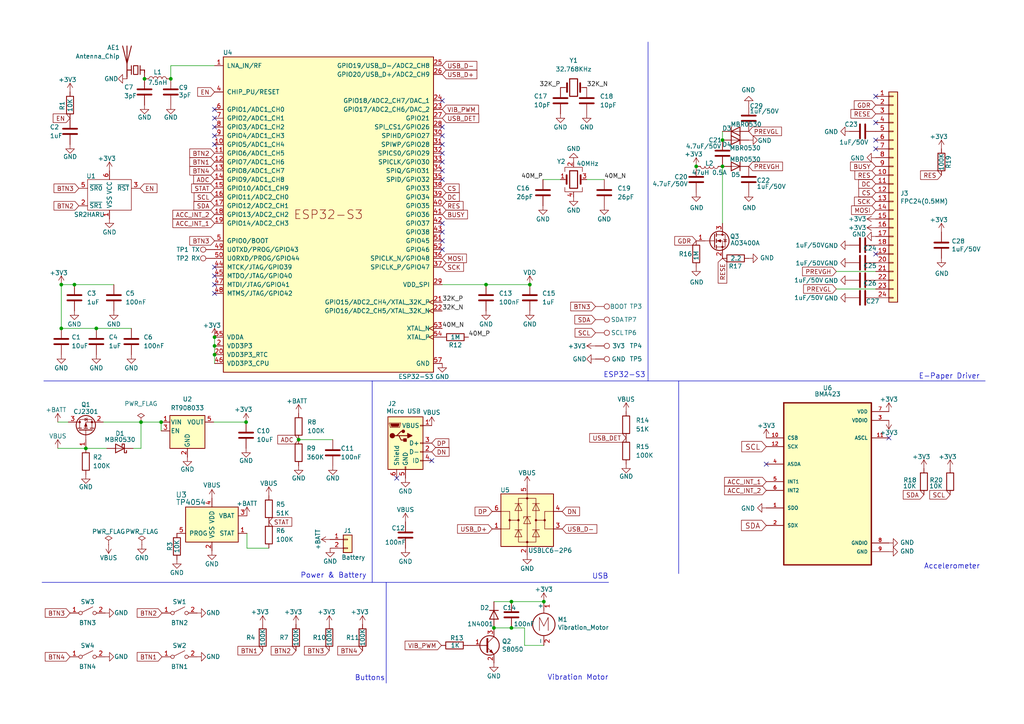
<source format=kicad_sch>
(kicad_sch (version 20231120) (generator "eeschema") (generator_version "8.0")
  (paper "A4")
  (title_block (title "Watchy") (rev "3.0") (company "SQFMI"))
  (lib_symbols
    (symbol "Battery_Management:MCP73831-2-OT" (pin_names (offset 1.016))
      (property "Reference" "U" (at -7.62 6.35 0))
      (property "Value" "MCP73831-2-OT" (at 1.27 6.35 0))
      (symbol "MCP73831-2-OT_1_1"
        (pin output line (at 10.16 -2.54 180) (length 2.54) (name "STAT") (number "1"))
        (pin power_in line (at 0 -7.62 90) (length 2.54) (name "VSS") (number "2"))
        (pin power_out line (at 10.16 2.54 180) (length 2.54) (name "VBAT") (number "3"))
        (pin power_in line (at 0 7.62 270) (length 2.54) (name "VDD") (number "4"))
        (pin input line (at -10.16 -2.54 0) (length 2.54) (name "PROG") (number "5"))
      )
    )
    (symbol "Connector:TestPoint" (pin_numbers hide) (pin_names (offset 0.762) hide)
      (property "Reference" "TP" (at 0 6.858 0))
      (property "Value" "TestPoint" (at 0 5.08 0))
      (symbol "TestPoint_1_1"
        (pin passive line (at 0 0 90) (length 2.54) (name "1") (number "1"))
      )
    )
    (symbol "Connector:USB_OTG" (pin_names (offset 1.016))
      (property "Reference" "J" (at -5.08 11.43 0))
      (property "Value" "USB_OTG" (at -5.08 8.89 0))
      (symbol "USB_OTG_1_1"
        (pin passive line (at 7.62 5.08 180) (length 2.54) (name "VBUS") (number "1"))
        (pin bidirectional line (at 7.62 -2.54 180) (length 2.54) (name "D-") (number "2"))
        (pin bidirectional line (at 7.62 0 180) (length 2.54) (name "D+") (number "3"))
        (pin passive line (at 7.62 -5.08 180) (length 2.54) (name "ID") (number "4"))
        (pin passive line (at 0 -10.16 90) (length 2.54) (name "GND") (number "5"))
        (pin passive line (at -2.54 -10.16 90) (length 2.54) (name "Shield") (number "6"))
      )
    )
    (symbol "Connector_Generic:Conn_01x02" (pin_names (offset 1.016) hide)
      (property "Reference" "J" (at 0 2.54 0))
      (property "Value" "Conn_01x02" (at 0 -5.08 0))
      (symbol "Conn_01x02_1_1"
        (pin passive line (at -5.08 0 0) (length 3.81) (name "Pin_1") (number "1"))
        (pin passive line (at -5.08 -2.54 0) (length 3.81) (name "Pin_2") (number "2"))
      )
    )
    (symbol "Connector_Generic:Conn_01x24" (pin_names (offset 1.016) hide)
      (property "Reference" "J" (at 0 30.48 0))
      (property "Value" "Conn_01x24" (at 0 -33.02 0))
      (symbol "Conn_01x24_1_1"
        (pin passive line (at -5.08 27.94 0) (length 3.81) (name "Pin_1") (number "1"))
        (pin passive line (at -5.08 5.08 0) (length 3.81) (name "Pin_10") (number "10"))
        (pin passive line (at -5.08 2.54 0) (length 3.81) (name "Pin_11") (number "11"))
        (pin passive line (at -5.08 0 0) (length 3.81) (name "Pin_12") (number "12"))
        (pin passive line (at -5.08 -2.54 0) (length 3.81) (name "Pin_13") (number "13"))
        (pin passive line (at -5.08 -5.08 0) (length 3.81) (name "Pin_14") (number "14"))
        (pin passive line (at -5.08 -7.62 0) (length 3.81) (name "Pin_15") (number "15"))
        (pin passive line (at -5.08 -10.16 0) (length 3.81) (name "Pin_16") (number "16"))
        (pin passive line (at -5.08 -12.7 0) (length 3.81) (name "Pin_17") (number "17"))
        (pin passive line (at -5.08 -15.24 0) (length 3.81) (name "Pin_18") (number "18"))
        (pin passive line (at -5.08 -17.78 0) (length 3.81) (name "Pin_19") (number "19"))
        (pin passive line (at -5.08 25.4 0) (length 3.81) (name "Pin_2") (number "2"))
        (pin passive line (at -5.08 -20.32 0) (length 3.81) (name "Pin_20") (number "20"))
        (pin passive line (at -5.08 -22.86 0) (length 3.81) (name "Pin_21") (number "21"))
        (pin passive line (at -5.08 -25.4 0) (length 3.81) (name "Pin_22") (number "22"))
        (pin passive line (at -5.08 -27.94 0) (length 3.81) (name "Pin_23") (number "23"))
        (pin passive line (at -5.08 -30.48 0) (length 3.81) (name "Pin_24") (number "24"))
        (pin passive line (at -5.08 22.86 0) (length 3.81) (name "Pin_3") (number "3"))
        (pin passive line (at -5.08 20.32 0) (length 3.81) (name "Pin_4") (number "4"))
        (pin passive line (at -5.08 17.78 0) (length 3.81) (name "Pin_5") (number "5"))
        (pin passive line (at -5.08 15.24 0) (length 3.81) (name "Pin_6") (number "6"))
        (pin passive line (at -5.08 12.7 0) (length 3.81) (name "Pin_7") (number "7"))
        (pin passive line (at -5.08 10.16 0) (length 3.81) (name "Pin_8") (number "8"))
        (pin passive line (at -5.08 7.62 0) (length 3.81) (name "Pin_9") (number "9"))
      )
    )
    (symbol "Device:Antenna_Chip" (pin_numbers hide) (pin_names (offset 1.016) hide)
      (property "Reference" "AE" (at 0 5.08 0))
      (property "Value" "Antenna_Chip" (at 0 3.175 0))
      (symbol "Antenna_Chip_1_1"
        (pin input line (at -2.54 -2.54 90) (length 2.54) (name "FEED") (number "1"))
        (pin passive line (at 2.54 -2.54 90) (length 2.54) (name "PCB_Trace") (number "2"))
      )
    )
    (symbol "Device:C" (pin_numbers hide) (pin_names (offset 0.254))
      (property "Reference" "C" (at 0.635 2.54 0))
      (property "Value" "C" (at 0.635 -2.54 0))
      (symbol "C_1_1"
        (pin passive line (at 0 3.81 270) (length 2.794) (name "~") (number "1"))
        (pin passive line (at 0 -3.81 90) (length 2.794) (name "~") (number "2"))
      )
    )
    (symbol "Device:Crystal" (pin_numbers hide) (pin_names (offset 1.016) hide)
      (property "Reference" "Y" (at 0 3.81 0))
      (property "Value" "Crystal" (at 0 -3.81 0))
      (symbol "Crystal_1_1"
        (pin passive line (at -3.81 0 0) (length 1.27) (name "1") (number "1"))
        (pin passive line (at 3.81 0 180) (length 1.27) (name "2") (number "2"))
      )
    )
    (symbol "Device:Crystal_GND24" (pin_names (offset 1.016) hide)
      (property "Reference" "Y" (at 3.175 5.08 0))
      (property "Value" "Crystal_GND24" (at 3.175 3.175 0))
      (symbol "Crystal_GND24_1_1"
        (pin passive line (at -3.81 0 0) (length 1.27) (name "1") (number "1"))
        (pin passive line (at 0 5.08 270) (length 1.27) (name "2") (number "2"))
        (pin passive line (at 3.81 0 180) (length 1.27) (name "3") (number "3"))
        (pin passive line (at 0 -5.08 90) (length 1.27) (name "4") (number "4"))
      )
    )
    (symbol "Device:D" (pin_numbers hide) (pin_names (offset 1.016) hide)
      (property "Reference" "D" (at 0 2.54 0))
      (property "Value" "D" (at 0 -2.54 0))
      (symbol "D_1_1"
        (pin passive line (at -3.81 0 0) (length 2.54) (name "K") (number "1"))
        (pin passive line (at 3.81 0 180) (length 2.54) (name "A") (number "2"))
      )
    )
    (symbol "Device:D_Schottky" (pin_numbers hide) (pin_names (offset 1.016) hide)
      (property "Reference" "D" (at 0 2.54 0))
      (property "Value" "D_Schottky" (at 0 -2.54 0))
      (symbol "D_Schottky_1_1"
        (pin passive line (at -3.81 0 0) (length 2.54) (name "K") (number "1"))
        (pin passive line (at 3.81 0 180) (length 2.54) (name "A") (number "2"))
      )
    )
    (symbol "Device:L" (pin_numbers hide) (pin_names (offset 1.016) hide)
      (property "Reference" "L" (at -1.27 0 90))
      (property "Value" "L" (at 1.905 0 90))
      (symbol "L_1_1"
        (pin passive line (at 0 3.81 270) (length 1.27) (name "1") (number "1"))
        (pin passive line (at 0 -3.81 90) (length 1.27) (name "2") (number "2"))
      )
    )
    (symbol "Device:Q_NPN_BEC" (pin_names (offset 0) hide)
      (property "Reference" "Q" (at 5.08 1.27 0))
      (property "Value" "Q_NPN_BEC" (at 5.08 -1.27 0))
      (symbol "Q_NPN_BEC_1_1"
        (pin input line (at -5.08 0 0) (length 5.715) (name "B") (number "1"))
        (pin passive line (at 2.54 -5.08 90) (length 2.54) (name "E") (number "2"))
        (pin passive line (at 2.54 5.08 270) (length 2.54) (name "C") (number "3"))
      )
    )
    (symbol "Device:R" (pin_numbers hide) (pin_names (offset 0))
      (property "Reference" "R" (at 2.032 0 90))
      (property "Value" "R" (at 0 0 90))
      (symbol "R_1_1"
        (pin passive line (at 0 3.81 270) (length 1.27) (name "~") (number "1"))
        (pin passive line (at 0 -3.81 90) (length 1.27) (name "~") (number "2"))
      )
    )
    (symbol "Diode:1N4001" (pin_numbers hide) (pin_names (offset 1.016) hide)
      (property "Reference" "D" (at 0 2.54 0))
      (property "Value" "1N4001" (at 0 -2.54 0))
      (symbol "1N4001_1_1"
        (pin passive line (at -3.81 0 0) (length 2.54) (name "K") (number "1"))
        (pin passive line (at 3.81 0 180) (length 2.54) (name "A") (number "2"))
      )
    )
    (symbol "Espressif:ESP32-S3" (pin_names (offset 1.016))
      (property "Reference" "U" (at -30.48 50.8 0))
      (property "Value" "ESP32-S3" (at -30.48 48.26 0))
      (symbol "ESP32-S3_0_0"
        (text "ESP32-S3" (at 0 0 0) (effects (font (size 2.54 2.54))))
        (pin bidirectional line (at 33.02 -12.7 180) (length 2.54) (name "SPICLK_N/GPIO48") (number "36"))
        (pin bidirectional line (at 33.02 -15.24 180) (length 2.54) (name "SPICLK_P/GPIO47") (number "37"))
      )
      (symbol "ESP32-S3_1_1"
        (pin bidirectional line (at -33.02 43.18 0) (length 2.54) (name "LNA_IN/RF") (number "1"))
        (pin bidirectional line (at -33.02 20.32 0) (length 2.54) (name "GPIO5/ADC1_CH4") (number "10"))
        (pin bidirectional line (at -33.02 17.78 0) (length 2.54) (name "GPIO6/ADC1_CH5") (number "11"))
        (pin bidirectional line (at -33.02 15.24 0) (length 2.54) (name "GPIO7/ADC1_CH6") (number "12"))
        (pin bidirectional line (at -33.02 12.7 0) (length 2.54) (name "GPIO8/ADC1_CH7") (number "13"))
        (pin bidirectional line (at -33.02 10.16 0) (length 2.54) (name "GPIO9/ADC1_CH8") (number "14"))
        (pin bidirectional line (at -33.02 7.62 0) (length 2.54) (name "GPIO10/ADC1_CH9") (number "15"))
        (pin bidirectional line (at -33.02 5.08 0) (length 2.54) (name "GPIO11/ADC2_CH0") (number "16"))
        (pin bidirectional line (at -33.02 2.54 0) (length 2.54) (name "GPIO12/ADC2_CH1") (number "17"))
        (pin bidirectional line (at -33.02 0 0) (length 2.54) (name "GPIO13/ADC2_CH2") (number "18"))
        (pin bidirectional line (at -33.02 -2.54 0) (length 2.54) (name "GPIO14/ADC2_CH3") (number "19"))
        (pin power_in line (at -33.02 -38.1 0) (length 2.54) (name "VDD3P3") (number "2"))
        (pin power_in line (at -33.02 -40.64 0) (length 2.54) (name "VDD3P3_RTC") (number "20"))
        (pin bidirectional clock (at 33.02 -25.4 180) (length 2.54) (name "GPIO15/ADC2_CH4/XTAL_32K_P") (number "21"))
        (pin bidirectional clock (at 33.02 -27.94 180) (length 2.54) (name "GPIO16/ADC2_CH5/XTAL_32K_N") (number "22"))
        (pin bidirectional line (at 33.02 30.48 180) (length 2.54) (name "GPIO17/ADC2_CH6/DAC_2") (number "23"))
        (pin bidirectional line (at 33.02 33.02 180) (length 2.54) (name "GPIO18/ADC2_CH7/DAC_1") (number "24"))
        (pin bidirectional line (at 33.02 43.18 180) (length 2.54) (name "GPIO19/USB_D-/ADC2_CH8") (number "25"))
        (pin bidirectional line (at 33.02 40.64 180) (length 2.54) (name "GPIO20/USB_D+/ADC2_CH9") (number "26"))
        (pin bidirectional line (at 33.02 27.94 180) (length 2.54) (name "GPIO21") (number "27"))
        (pin bidirectional line (at 33.02 25.4 180) (length 2.54) (name "SPI_CS1/GPIO26") (number "28"))
        (pin power_out line (at 33.02 -20.32 180) (length 2.54) (name "VDD_SPI") (number "29"))
        (pin power_in line (at -33.02 -38.1 0) (length 2.54) hide (name "VDD3P3") (number "3"))
        (pin bidirectional line (at 33.02 22.86 180) (length 2.54) (name "SPIHD/GPIO27") (number "30"))
        (pin bidirectional line (at 33.02 20.32 180) (length 2.54) (name "SPIWP/GPIO28") (number "31"))
        (pin bidirectional line (at 33.02 17.78 180) (length 2.54) (name "SPICS0/GPIO29") (number "32"))
        (pin bidirectional line (at 33.02 15.24 180) (length 2.54) (name "SPICLK/GPIO30") (number "33"))
        (pin bidirectional line (at 33.02 12.7 180) (length 2.54) (name "SPIQ/GPIO31") (number "34"))
        (pin bidirectional line (at 33.02 10.16 180) (length 2.54) (name "SPID/GPIO32") (number "35"))
        (pin bidirectional line (at 33.02 7.62 180) (length 2.54) (name "GPIO33") (number "38"))
        (pin bidirectional line (at 33.02 5.08 180) (length 2.54) (name "GPIO34") (number "39"))
        (pin input line (at -33.02 35.56 0) (length 2.54) (name "CHIP_PU/RESET") (number "4"))
        (pin bidirectional line (at 33.02 2.54 180) (length 2.54) (name "GPIO35") (number "40"))
        (pin bidirectional line (at 33.02 0 180) (length 2.54) (name "GPIO36") (number "41"))
        (pin bidirectional line (at 33.02 -2.54 180) (length 2.54) (name "GPIO37") (number "42"))
        (pin bidirectional line (at 33.02 -5.08 180) (length 2.54) (name "GPIO38") (number "43"))
        (pin bidirectional line (at -33.02 -15.24 0) (length 2.54) (name "MTCK/JTAG/GPIO39") (number "44"))
        (pin bidirectional line (at -33.02 -17.78 0) (length 2.54) (name "MTDO/JTAG/GPIO40") (number "45"))
        (pin power_in line (at -33.02 -43.18 0) (length 2.54) (name "VDD3P3_CPU") (number "46"))
        (pin bidirectional line (at -33.02 -20.32 0) (length 2.54) (name "MTDI/JTAG/GPIO41") (number "47"))
        (pin bidirectional line (at -33.02 -22.86 0) (length 2.54) (name "MTMS/JTAG/GPIO42") (number "48"))
        (pin bidirectional line (at -33.02 -10.16 0) (length 2.54) (name "U0TXD/PROG/GPIO43") (number "49"))
        (pin bidirectional line (at -33.02 -7.62 0) (length 2.54) (name "GPIO0/BOOT") (number "5"))
        (pin bidirectional line (at -33.02 -12.7 0) (length 2.54) (name "U0RXD/PROG/GPIO44") (number "50"))
        (pin bidirectional line (at 33.02 -7.62 180) (length 2.54) (name "GPIO45") (number "51"))
        (pin bidirectional line (at 33.02 -10.16 180) (length 2.54) (name "GPIO46") (number "52"))
        (pin input clock (at 33.02 -33.02 180) (length 2.54) (name "XTAL_N") (number "53"))
        (pin output clock (at 33.02 -35.56 180) (length 2.54) (name "XTAL_P") (number "54"))
        (pin power_in line (at -33.02 -35.56 0) (length 2.54) (name "VDDA") (number "55"))
        (pin passive line (at -33.02 -35.56 0) (length 2.54) hide (name "VDDA") (number "56"))
        (pin power_in line (at 33.02 -43.18 180) (length 2.54) (name "GND") (number "57"))
        (pin bidirectional line (at -33.02 30.48 0) (length 2.54) (name "GPIO1/ADC1_CH0") (number "6"))
        (pin bidirectional line (at -33.02 27.94 0) (length 2.54) (name "GPIO2/ADC1_CH1") (number "7"))
        (pin bidirectional line (at -33.02 25.4 0) (length 2.54) (name "GPIO3/ADC1_CH2") (number "8"))
        (pin bidirectional line (at -33.02 22.86 0) (length 2.54) (name "GPIO4/ADC1_CH3") (number "9"))
      )
    )
    (symbol "Motor:Motor_DC" (pin_names (offset 0))
      (property "Reference" "M" (at 2.54 2.54 0))
      (property "Value" "Motor_DC" (at 2.54 -5.08 0))
      (symbol "Motor_DC_1_1"
        (pin passive line (at 0 5.08 270) (length 2.54) (name "+") (number "1"))
        (pin passive line (at 0 -7.62 90) (length 2.54) (name "-") (number "2"))
      )
    )
    (symbol "Power_Protection:USBLC6-2P6" (pin_names hide)
      (property "Reference" "U" (at 2.54 8.89 0))
      (property "Value" "USBLC6-2P6" (at 2.54 -8.89 0))
      (symbol "USBLC6-2P6_1_1"
        (pin passive line (at -10.16 -2.54 0) (length 2.54) (name "I/O1") (number "1"))
        (pin passive line (at 0 -10.16 90) (length 2.54) (name "GND") (number "2"))
        (pin passive line (at 10.16 -2.54 180) (length 2.54) (name "I/O2") (number "3"))
        (pin passive line (at 10.16 2.54 180) (length 2.54) (name "I/O2") (number "4"))
        (pin passive line (at 0 10.16 270) (length 2.54) (name "VBUS") (number "5"))
        (pin passive line (at -10.16 2.54 0) (length 2.54) (name "I/O1") (number "6"))
      )
    )
    (symbol "Regulator_Linear:AP2112K-3.3" (pin_names (offset 0.254))
      (property "Reference" "U" (at -5.08 5.715 0))
      (property "Value" "AP2112K-3.3" (at 0 5.715 0))
      (symbol "AP2112K-3.3_1_1"
        (pin power_in line (at -7.62 2.54 0) (length 2.54) (name "VIN") (number "1"))
        (pin power_in line (at 0 -7.62 90) (length 2.54) (name "GND") (number "2"))
        (pin input line (at -7.62 0 0) (length 2.54) (name "EN") (number "3"))
        (pin no_connect line (at 5.08 0 180) (length 2.54) hide (name "NC") (number "4"))
        (pin power_out line (at 7.62 2.54 180) (length 2.54) (name "VOUT") (number "5"))
      )
    )
    (symbol "Switch:SW_SPST" (pin_names (offset 0) hide)
      (property "Reference" "SW" (at 0 3.175 0))
      (property "Value" "SW_SPST" (at 0 -2.54 0))
      (symbol "SW_SPST_1_1"
        (pin passive line (at -5.08 0 0) (length 2.54) (name "A") (number "1"))
        (pin passive line (at 5.08 0 180) (length 2.54) (name "B") (number "2"))
      )
    )
    (symbol "Transistor_FET:DMN3042L" (pin_names hide)
      (property "Reference" "Q" (at 5.08 1.905 0))
      (property "Value" "DMN3042L" (at 5.08 0 0))
      (symbol "DMN3042L_1_1"
        (pin input line (at -5.08 0 0) (length 2.54) (name "G") (number "1"))
        (pin passive line (at 2.54 -5.08 90) (length 2.54) (name "S") (number "2"))
        (pin passive line (at 2.54 5.08 270) (length 2.54) (name "D") (number "3"))
      )
    )
    (symbol "Transistor_FET:FDN340P" (pin_names hide)
      (property "Reference" "Q" (at 5.08 1.905 0))
      (property "Value" "FDN340P" (at 5.08 0 0))
      (symbol "FDN340P_1_1"
        (pin input line (at -5.08 0 0) (length 2.54) (name "G") (number "1"))
        (pin passive line (at 2.54 -5.08 90) (length 2.54) (name "S") (number "2"))
        (pin passive line (at 2.54 5.08 270) (length 2.54) (name "D") (number "3"))
      )
    )
    (symbol "Watchy:BMA423" (pin_names (offset 1.016))
      (property "Reference" "U" (at -12.7 23.8506 0))
      (property "Value" "BMA423" (at -12.7 -26.8478 0))
      (symbol "BMA423_0_0"
        (pin bidirectional line (at -17.78 -7.62 0) (length 5.08) (name "SDO") (number "1"))
        (pin input line (at -17.78 12.7 0) (length 5.08) (name "CSB") (number "10"))
        (pin output line (at 17.78 12.7 180) (length 5.08) (name "ASCL") (number "11"))
        (pin input line (at -17.78 10.16 0) (length 5.08) (name "SCX") (number "12"))
        (pin bidirectional line (at -17.78 -12.7 0) (length 5.08) (name "SDX") (number "2"))
        (pin power_in line (at 17.78 17.78 180) (length 5.08) (name "VDDIO") (number "3"))
        (pin bidirectional line (at -17.78 5.08 0) (length 5.08) (name "ASDA") (number "4"))
        (pin bidirectional line (at -17.78 0 0) (length 5.08) (name "INT1") (number "5"))
        (pin bidirectional line (at -17.78 -2.54 0) (length 5.08) (name "INT2") (number "6"))
        (pin power_in line (at 17.78 20.32 180) (length 5.08) (name "VDD") (number "7"))
        (pin power_in line (at 17.78 -17.78 180) (length 5.08) (name "GNDIO") (number "8"))
        (pin power_in line (at 17.78 -20.32 180) (length 5.08) (name "GND") (number "9"))
      )
    )
    (symbol "Watchy:SR2HARU"
      (property "Reference" "U" (at 1.27 6.35 0))
      (property "Value" "SR2HARU" (at 11.43 -5.08 0))
      (symbol "SR2HARU_1_1"
        (pin input line (at 6.35 -6.35 90) (length 2.54) (name "VSS") (number "1"))
        (pin input line (at -2.54 -2.54 0) (length 2.54) (name "~{SR1}") (number "2"))
        (pin output line (at 15.24 2.54 180) (length 2.54) (name "~{RST}") (number "3"))
        (pin no_connect line (at 15.24 -2.54 180) (length 2.54) hide (name "NC") (number "4"))
        (pin input line (at -2.54 2.54 0) (length 2.54) (name "~{SR0}") (number "5"))
        (pin power_in line (at 6.35 7.62 270) (length 2.54) (name "VCC") (number "6"))
      )
    )
    (symbol "power:+3V3" (power) (pin_names (offset 0))
      (property "Value" "+3V3" (at 0 3.556 0))
      (symbol "+3V3_1_1"
        (pin power_in line (at 0 0 90) (length 0) hide (name "+3V3") (number "1"))
      )
    )
    (symbol "power:+BATT" (power) (pin_names (offset 0))
      (property "Value" "+BATT" (at 0 3.556 0))
      (symbol "+BATT_1_1"
        (pin power_in line (at 0 0 90) (length 0) hide (name "+BATT") (number "1"))
      )
    )
    (symbol "power:GND" (power) (pin_names (offset 0))
      (property "Value" "GND" (at 0 -3.81 0))
      (symbol "GND_1_1"
        (pin power_in line (at 0 0 270) (length 0) hide (name "GND") (number "1"))
      )
    )
    (symbol "power:PWR_FLAG" (power) (pin_numbers hide) (pin_names (offset 0) hide)
      (property "Value" "PWR_FLAG" (at 0 3.81 0))
      (symbol "PWR_FLAG_0_0"
        (pin power_out line (at 0 0 90) (length 0) (name "pwr") (number "1"))
      )
    )
    (symbol "power:VBUS" (power) (pin_names (offset 0))
      (property "Value" "VBUS" (at 0 3.81 0))
      (symbol "VBUS_1_1"
        (pin power_in line (at 0 0 90) (length 0) hide (name "VBUS") (number "1"))
      )
    )
    (symbol "power:VDD" (power) (pin_names (offset 0))
      (property "Value" "VDD" (at 0 3.81 0))
      (symbol "VDD_1_1"
        (pin power_in line (at 0 0 90) (length 0) hide (name "VDD") (number "1"))
      )
    )
  )
  (junction (at 17.78 82.55))
  (junction (at 140.97 82.55))
  (junction (at 143.256 182.118))
  (junction (at 153.67 82.55))
  (junction (at 62.23 102.87))
  (junction (at 71.374 122.428))
  (junction (at 148.336 182.118))
  (junction (at 209.55 48.26))
  (junction (at 148.336 174.498))
  (junction (at 201.93 48.26))
  (junction (at 209.55 40.64))
  (junction (at 157.734 174.498))
  (junction (at 17.78 95.25))
  (junction (at 46.736 122.428))
  (junction (at 21.59 82.55))
  (junction (at 41.91 22.86))
  (junction (at 86.614 127.508))
  (junction (at 27.94 95.25))
  (junction (at 40.894 122.428))
  (junction (at 62.23 97.79))
  (junction (at 49.53 22.86))
  (junction (at 62.23 100.33))
  (junction (at 24.892 130.048))
  (no_connect (at 254 40.64))
  (no_connect (at 254 43.18))
  (no_connect (at 125.222 133.604))
  (no_connect (at 254 35.56))
  (no_connect (at 254 73.66))
  (no_connect (at 128.27 39.37))
  (no_connect (at 128.27 46.99))
  (no_connect (at 128.27 44.45))
  (no_connect (at 128.27 49.53))
  (no_connect (at 128.27 41.91))
  (no_connect (at 128.27 52.07))
  (no_connect (at 257.81 127))
  (no_connect (at 62.23 36.83))
  (no_connect (at 62.23 39.37))
  (no_connect (at 62.23 41.91))
  (no_connect (at 115.062 138.684))
  (no_connect (at 254 27.94))
  (no_connect (at 222.25 134.62))
  (no_connect (at 128.27 36.83))
  (no_connect (at 62.23 80.01))
  (no_connect (at 62.23 82.55))
  (no_connect (at 62.23 85.09))
  (no_connect (at 62.23 77.47))
  (no_connect (at 62.23 31.75))
  (no_connect (at 62.23 34.29))
  (no_connect (at 128.27 64.77))
  (no_connect (at 128.27 67.31))
  (no_connect (at 128.27 69.85))
  (no_connect (at 128.27 72.39))
  (no_connect (at 128.27 29.21))
  (wire (pts (xy 143.256 174.498) (xy 148.336 174.498)))
  (wire (pts (xy 148.336 174.498) (xy 157.734 174.498)))
  (wire (pts (xy 170.18 52.07) (xy 175.26 52.07)))
  (wire (pts (xy 46.736 122.428) (xy 46.736 124.968)))
  (wire (pts (xy 152.146 182.118) (xy 152.146 187.198)))
  (wire (pts (xy 16.764 122.428) (xy 19.812 122.428)))
  (polyline (pts (xy 187.96 12.192) (xy 187.96 110.49)))
  (polyline (pts (xy 12.192 168.91) (xy 176.53 168.91)))
  (wire (pts (xy 29.972 122.428) (xy 40.894 122.428)))
  (wire (pts (xy 49.53 22.86) (xy 49.53 19.05)))
  (wire (pts (xy 152.146 187.198) (xy 157.734 187.198)))
  (wire (pts (xy 62.23 97.79) (xy 62.23 100.33)))
  (wire (pts (xy 157.48 52.07) (xy 162.56 52.07)))
  (wire (pts (xy 86.614 127.508) (xy 96.52 127.508)))
  (wire (pts (xy 16.764 130.048) (xy 24.892 130.048)))
  (wire (pts (xy 27.94 95.25) (xy 38.1 95.25)))
  (polyline (pts (xy 196.85 166.37) (xy 196.85 110.49)))
  (polyline (pts (xy 107.95 110.49) (xy 107.95 168.91)))
  (wire (pts (xy 24.892 130.048) (xy 30.988 130.048)))
  (wire (pts (xy 71.628 159.004) (xy 77.978 159.004)))
  (wire (pts (xy 140.97 82.55) (xy 153.67 82.55)))
  (wire (pts (xy 40.894 130.048) (xy 38.608 130.048)))
  (polyline (pts (xy 112.014 168.91) (xy 112.014 198.12)))
  (wire (pts (xy 17.78 95.25) (xy 27.94 95.25)))
  (polyline (pts (xy 12.7 110.49) (xy 285.75 110.49)))
  (wire (pts (xy 49.53 19.05) (xy 62.23 19.05)))
  (wire (pts (xy 17.78 95.25) (xy 17.78 82.55)))
  (wire (pts (xy 17.78 82.55) (xy 21.59 82.55)))
  (wire (pts (xy 62.23 100.33) (xy 62.23 102.87)))
  (wire (pts (xy 209.55 40.64) (xy 209.55 38.1)))
  (wire (pts (xy 40.894 122.428) (xy 40.894 130.048)))
  (wire (pts (xy 209.55 48.26) (xy 209.55 64.77)))
  (wire (pts (xy 254 83.82) (xy 242.57 83.82)))
  (wire (pts (xy 62.23 102.87) (xy 62.23 105.41)))
  (wire (pts (xy 71.628 154.686) (xy 71.628 159.004)))
  (wire (pts (xy 254 78.74) (xy 242.57 78.74)))
  (wire (pts (xy 128.27 82.55) (xy 140.97 82.55)))
  (wire (pts (xy 40.894 122.428) (xy 46.736 122.428)))
  (wire (pts (xy 21.59 82.55) (xy 33.02 82.55)))
  (wire (pts (xy 148.336 182.118) (xy 143.256 182.118)))
  (wire (pts (xy 148.336 182.118) (xy 152.146 182.118)))
  (wire (pts (xy 61.976 122.428) (xy 71.374 122.428)))
  (text "Vibration Motor" (at 158.75 197.485 0) (effects (font (size 1.524 1.524)) (justify left bottom)))
  (text "Buttons" (at 102.87 197.612 0) (effects (font (size 1.524 1.524)) (justify left bottom)))
  (text "E-Paper Driver" (at 266.446 110.109 0) (effects (font (size 1.524 1.524)) (justify left bottom)))
  (text "Accelerometer" (at 267.97 165.227 0) (effects (font (size 1.524 1.524)) (justify left bottom)))
  (text "ESP32-S3" (at 175.006 109.728 0) (effects (font (size 1.524 1.524)) (justify left bottom)))
  (text "USB" (at 171.704 168.148 0) (effects (font (size 1.524 1.524)) (justify left bottom)))
  (text "Power & Battery" (at 87.122 167.894 0) (effects (font (size 1.524 1.524)) (justify left bottom)))
  (label "32K_P" (at 128.27 87.63 0))
  (label "40M_N" (at 175.26 52.07 0))
  (label "40M_P" (at 135.89 97.79 0))
  (label "32K_N" (at 128.27 90.17 0))
  (label "32K_N" (at 170.18 25.4 0))
  (label "32K_P" (at 162.56 25.4 180))
  (label "40M_P" (at 157.48 52.07 180))
  (label "40M_N" (at 128.27 95.25 0))
  (global_label "ACC_INT_1" (shape input) (at 222.25 139.7 180) (property "Intersheetrefs" "${INTERSHEET_REFS}" (effects (hide yes))))
  (global_label "ACC_INT_2" (shape input) (at 62.23 62.23 180) (property "Intersheetrefs" "${INTERSHEET_REFS}" (effects (hide yes))))
  (global_label "EN" (shape input) (at 40.64 54.61 0) (property "Intersheetrefs" "${INTERSHEET_REFS}" (effects (hide yes))))
  (global_label "DP" (shape input) (at 142.748 148.336 180) (property "Intersheetrefs" "${INTERSHEET_REFS}" (effects (hide yes))))
  (global_label "PREVGH" (shape input) (at 242.57 78.74 180) (property "Intersheetrefs" "${INTERSHEET_REFS}" (effects (hide yes))))
  (global_label "ADC" (shape input) (at 86.614 127.508 180) (property "Intersheetrefs" "${INTERSHEET_REFS}" (effects (hide yes))))
  (global_label "BTN3" (shape input) (at 22.86 54.61 180) (property "Intersheetrefs" "${INTERSHEET_REFS}" (effects (hide yes))))
  (global_label "RES" (shape input) (at 254 50.8 180) (property "Intersheetrefs" "${INTERSHEET_REFS}" (effects (hide yes))))
  (global_label "EN" (shape input) (at 62.23 26.67 180) (property "Intersheetrefs" "${INTERSHEET_REFS}" (effects (hide yes))))
  (global_label "PREVGH" (shape input) (at 217.17 48.26 0) (property "Intersheetrefs" "${INTERSHEET_REFS}" (effects (hide yes))))
  (global_label "SCK" (shape input) (at 128.27 77.47 0) (property "Intersheetrefs" "${INTERSHEET_REFS}" (effects (hide yes))))
  (global_label "ACC_INT_1" (shape input) (at 62.23 64.77 180) (property "Intersheetrefs" "${INTERSHEET_REFS}" (effects (hide yes))))
  (global_label "USB_DET" (shape input) (at 181.61 127 180) (property "Intersheetrefs" "${INTERSHEET_REFS}" (effects (hide yes))))
  (global_label "STAT" (shape input) (at 77.978 151.384 0) (property "Intersheetrefs" "${INTERSHEET_REFS}" (effects (hide yes))))
  (global_label "SDA" (shape input) (at 267.97 143.51 180) (property "Intersheetrefs" "${INTERSHEET_REFS}" (effects (hide yes))))
  (global_label "BTN4" (shape input) (at 62.23 49.53 180) (property "Intersheetrefs" "${INTERSHEET_REFS}" (effects (hide yes))))
  (global_label "VIB_PWM" (shape input) (at 128.016 187.198 180) (property "Intersheetrefs" "${INTERSHEET_REFS}" (effects (hide yes))))
  (global_label "DP" (shape input) (at 125.222 128.524 0) (property "Intersheetrefs" "${INTERSHEET_REFS}" (effects (hide yes))))
  (global_label "STAT" (shape input) (at 62.23 54.61 180) (property "Intersheetrefs" "${INTERSHEET_REFS}" (effects (hide yes))))
  (global_label "SDA" (shape input) (at 172.72 92.71 180) (property "Intersheetrefs" "${INTERSHEET_REFS}" (effects (hide yes))))
  (global_label "PREVGL" (shape input) (at 217.17 38.1 0) (property "Intersheetrefs" "${INTERSHEET_REFS}" (effects (hide yes))))
  (global_label "BTN1" (shape input) (at 46.99 190.5 180) (property "Intersheetrefs" "${INTERSHEET_REFS}" (effects (hide yes))))
  (global_label "SCL" (shape input) (at 172.72 96.52 180) (property "Intersheetrefs" "${INTERSHEET_REFS}" (effects (hide yes))))
  (global_label "SDA" (shape input) (at 62.23 59.69 180) (property "Intersheetrefs" "${INTERSHEET_REFS}" (effects (hide yes))))
  (global_label "RESE" (shape input) (at 209.55 74.93 270) (property "Intersheetrefs" "${INTERSHEET_REFS}" (effects (hide yes))))
  (global_label "ACC_INT_2" (shape input) (at 222.25 142.24 180) (property "Intersheetrefs" "${INTERSHEET_REFS}" (effects (hide yes))))
  (global_label "BTN1" (shape input) (at 76.2 188.722 180) (property "Intersheetrefs" "${INTERSHEET_REFS}" (effects (hide yes))))
  (global_label "BUSY" (shape input) (at 128.27 62.23 0) (property "Intersheetrefs" "${INTERSHEET_REFS}" (effects (hide yes))))
  (global_label "DC" (shape input) (at 128.27 57.15 0) (property "Intersheetrefs" "${INTERSHEET_REFS}" (effects (hide yes))))
  (global_label "BTN3" (shape input) (at 95.504 188.722 180) (property "Intersheetrefs" "${INTERSHEET_REFS}" (effects (hide yes))))
  (global_label "USB_DET" (shape input) (at 128.27 34.29 0) (property "Intersheetrefs" "${INTERSHEET_REFS}" (effects (hide yes))))
  (global_label "BTN2" (shape input) (at 62.23 44.45 180) (property "Intersheetrefs" "${INTERSHEET_REFS}" (effects (hide yes))))
  (global_label "BTN4" (shape input) (at 105.156 188.722 180) (property "Intersheetrefs" "${INTERSHEET_REFS}" (effects (hide yes))))
  (global_label "BTN1" (shape input) (at 62.23 46.99 180) (property "Intersheetrefs" "${INTERSHEET_REFS}" (effects (hide yes))))
  (global_label "BTN3" (shape input) (at 62.23 69.85 180) (property "Intersheetrefs" "${INTERSHEET_REFS}" (effects (hide yes))))
  (global_label "DN" (shape input) (at 163.068 148.336 0) (property "Intersheetrefs" "${INTERSHEET_REFS}" (effects (hide yes))))
  (global_label "PREVGL" (shape input) (at 242.57 83.82 180) (property "Intersheetrefs" "${INTERSHEET_REFS}" (effects (hide yes))))
  (global_label "USB_D+" (shape input) (at 142.748 153.416 180) (property "Intersheetrefs" "${INTERSHEET_REFS}" (effects (hide yes))))
  (global_label "SCK" (shape input) (at 254 58.42 180) (property "Intersheetrefs" "${INTERSHEET_REFS}" (effects (hide yes))))
  (global_label "BTN3" (shape input) (at 20.32 177.8 180) (property "Intersheetrefs" "${INTERSHEET_REFS}" (effects (hide yes))))
  (global_label "DN" (shape input) (at 125.222 131.064 0) (property "Intersheetrefs" "${INTERSHEET_REFS}" (effects (hide yes))))
  (global_label "DC" (shape input) (at 254 53.34 180) (property "Intersheetrefs" "${INTERSHEET_REFS}" (effects (hide yes))))
  (global_label "USB_D-" (shape input) (at 163.068 153.416 0) (property "Intersheetrefs" "${INTERSHEET_REFS}" (effects (hide yes))))
  (global_label "CS" (shape input) (at 128.27 54.61 0) (property "Intersheetrefs" "${INTERSHEET_REFS}" (effects (hide yes))))
  (global_label "BTN2" (shape input) (at 46.99 177.8 180) (property "Intersheetrefs" "${INTERSHEET_REFS}" (effects (hide yes))))
  (global_label "ADC" (shape input) (at 62.23 52.07 180) (property "Intersheetrefs" "${INTERSHEET_REFS}" (effects (hide yes))))
  (global_label "USB_D+" (shape input) (at 128.27 21.59 0) (property "Intersheetrefs" "${INTERSHEET_REFS}" (effects (hide yes))))
  (global_label "VIB_PWM" (shape input) (at 128.27 31.75 0) (property "Intersheetrefs" "${INTERSHEET_REFS}" (effects (hide yes))))
  (global_label "RES" (shape input) (at 273.05 50.8 180) (property "Intersheetrefs" "${INTERSHEET_REFS}" (effects (hide yes))))
  (global_label "MOSI" (shape input) (at 254 60.96 180) (property "Intersheetrefs" "${INTERSHEET_REFS}" (effects (hide yes))))
  (global_label "CS" (shape input) (at 254 55.88 180) (property "Intersheetrefs" "${INTERSHEET_REFS}" (effects (hide yes))))
  (global_label "MOSI" (shape input) (at 128.27 74.93 0) (property "Intersheetrefs" "${INTERSHEET_REFS}" (effects (hide yes))))
  (global_label "SCL" (shape input) (at 222.25 129.54 180) (effects (font (size 1.524 1.524))) (property "Intersheetrefs" "${INTERSHEET_REFS}" (effects (hide yes))))
  (global_label "GDR" (shape input) (at 254 30.48 180) (property "Intersheetrefs" "${INTERSHEET_REFS}" (effects (hide yes))))
  (global_label "SCL" (shape input) (at 62.23 57.15 180) (property "Intersheetrefs" "${INTERSHEET_REFS}" (effects (hide yes))))
  (global_label "BTN3" (shape input) (at 172.72 88.9 180) (property "Intersheetrefs" "${INTERSHEET_REFS}" (effects (hide yes))))
  (global_label "SCL" (shape input) (at 275.59 143.51 180) (property "Intersheetrefs" "${INTERSHEET_REFS}" (effects (hide yes))))
  (global_label "EN" (shape input) (at 20.32 34.29 180) (property "Intersheetrefs" "${INTERSHEET_REFS}" (effects (hide yes))))
  (global_label "GDR" (shape input) (at 201.93 69.85 180) (property "Intersheetrefs" "${INTERSHEET_REFS}" (effects (hide yes))))
  (global_label "BTN4" (shape input) (at 20.32 190.5 180) (property "Intersheetrefs" "${INTERSHEET_REFS}" (effects (hide yes))))
  (global_label "BUSY" (shape input) (at 254 48.26 180) (property "Intersheetrefs" "${INTERSHEET_REFS}" (effects (hide yes))))
  (global_label "BTN2" (shape input) (at 85.852 188.722 180) (property "Intersheetrefs" "${INTERSHEET_REFS}" (effects (hide yes))))
  (global_label "RES" (shape input) (at 128.27 59.69 0) (property "Intersheetrefs" "${INTERSHEET_REFS}" (effects (hide yes))))
  (global_label "RESE" (shape input) (at 254 33.02 180) (property "Intersheetrefs" "${INTERSHEET_REFS}" (effects (hide yes))))
  (global_label "BTN2" (shape input) (at 22.86 59.69 180) (property "Intersheetrefs" "${INTERSHEET_REFS}" (effects (hide yes))))
  (global_label "SDA" (shape input) (at 222.25 152.4 180) (effects (font (size 1.524 1.524))) (property "Intersheetrefs" "${INTERSHEET_REFS}" (effects (hide yes))))
  (global_label "USB_D-" (shape input) (at 128.27 19.05 0) (property "Intersheetrefs" "${INTERSHEET_REFS}" (effects (hide yes))))
  (symbol (lib_id "Battery_Management:MCP73831-2-OT") (at 61.468 152.146 0) (unit 1)
    (property "Reference" "U3" (at 52.578 143.51 0) (effects (font (size 1.524 1.524))))
    (property "Value" "TP4054" (at 55.372 145.669 0) (effects (font (size 1.524 1.524))))
    (property "Footprint" "TO_SOT_Packages_SMD:SOT-23-5" (effects (hide yes)))
  )
  (symbol (lib_id "power:VBUS") (at 61.468 144.526 0) (unit 1)
    (property "Reference" "#PWR026" (effects (hide yes)))
    (property "Value" "VBUS" (at 61.468 140.716 0))
  )
  (symbol (lib_id "power:GND") (at 61.468 159.766 0) (unit 1)
    (property "Reference" "#PWR027" (effects (hide yes)))
    (property "Value" "GND" (at 61.468 163.576 0))
  )
  (symbol (lib_id "Device:R") (at 51.308 158.496 180) (unit 1)
    (property "Reference" "R3" (at 49.276 158.496 90))
    (property "Value" "10K" (at 51.308 158.496 90))
    (property "Footprint" "Watchy:R_0402_1005Metric" (effects (hide yes)))
  )
  (symbol (lib_id "power:GND") (at 51.308 162.306 0) (unit 1)
    (property "Reference" "#PWR022" (effects (hide yes)))
    (property "Value" "GND" (at 51.308 166.116 0))
  )
  (symbol (lib_id "power:+BATT") (at 71.628 149.606 0) (unit 1)
    (property "Reference" "#PWR031" (effects (hide yes)))
    (property "Value" "+BATT" (at 71.628 146.05 0))
  )
  (symbol (lib_id "Connector_Generic:Conn_01x02") (at 100.838 156.464 0) (unit 1)
    (property "Reference" "J1" (at 100.838 153.924 0))
    (property "Value" "Battery" (at 102.489 161.671 0))
    (property "Footprint" "Watchy:1.25T-2PWT (Molex 532610271)" (effects (hide yes)))
  )
  (symbol (lib_id "power:+BATT") (at 95.758 156.464 90) (unit 1)
    (property "Reference" "#PWR038" (effects (hide yes)))
    (property "Value" "+BATT" (at 92.202 156.464 0))
  )
  (symbol (lib_id "power:GND") (at 95.758 159.004 0) (unit 1)
    (property "Reference" "#PWR039" (effects (hide yes)))
    (property "Value" "GND" (at 95.758 162.814 0))
  )
  (symbol (lib_id "Connector:USB_OTG") (at 117.602 128.524 0) (unit 1)
    (property "Reference" "J2" (at 112.522 117.094 0) (effects (justify left)))
    (property "Value" "Micro USB" (at 112.014 119.253 0) (effects (justify left)))
    (property "Footprint" "Watchy:USB_Micro-B" (effects (hide yes)))
  )
  (symbol (lib_id "power:VBUS") (at 125.222 123.444 0) (unit 1)
    (property "Reference" "#PWR045" (effects (hide yes)))
    (property "Value" "VBUS" (at 125.222 119.634 0))
  )
  (symbol (lib_id "power:GND") (at 117.602 138.684 0) (unit 1)
    (property "Reference" "#PWR042" (effects (hide yes)))
    (property "Value" "GND" (at 117.602 142.494 0))
  )
  (symbol (lib_id "Device:Q_NPN_BEC") (at 140.716 187.198 0) (unit 1)
    (property "Reference" "Q2" (at 145.5674 186.0296 0) (effects (justify left)))
    (property "Value" "S8050" (at 145.5674 188.341 0) (effects (justify left)))
    (property "Footprint" "Package_TO_SOT_SMD:SOT-23" (effects (hide yes)))
  )
  (symbol (lib_id "Device:R") (at 131.826 187.198 270) (unit 1)
    (property "Reference" "R13" (at 130.556 185.039 90) (effects (justify left)))
    (property "Value" "1K" (at 130.683 187.198 90) (effects (justify left)))
    (property "Footprint" "Watchy:R_0402_1005Metric" (effects (hide yes)))
  )
  (symbol (lib_id "power:GND") (at 143.256 192.278 0) (unit 1)
    (property "Reference" "#PWR048" (effects (hide yes)))
    (property "Value" "GND" (at 143.256 196.088 0))
  )
  (symbol (lib_id "Diode:1N4001") (at 143.256 178.308 270) (unit 1)
    (property "Reference" "D2" (at 139.192 176.276 90) (effects (justify left)))
    (property "Value" "1N4001" (at 135.509 180.975 90) (effects (justify left)))
    (property "Footprint" "Diode_SMD:D_SOD-123F" (effects (hide yes)))
    (property "Datasheet" "http://www.vishay.com/docs/88503/1n4001.pdf" (effects (hide yes)))
  )
  (symbol (lib_id "Device:C") (at 148.336 178.308 0) (unit 1)
    (property "Reference" "C14" (at 145.796 176.276 0) (effects (justify left)))
    (property "Value" "100nF" (at 148.971 180.975 0) (effects (justify left)))
    (property "Footprint" "Watchy:C_0402_1005Metric" (effects (hide yes)))
  )
  (symbol (lib_id "Motor:Motor_DC") (at 157.734 179.578 0) (unit 1)
    (property "Reference" "M1" (at 161.7472 179.6796 0) (effects (justify left)))
    (property "Value" "Vibration_Motor" (at 161.7472 181.991 0) (effects (justify left)))
    (property "Footprint" "Watchy:Motor_Header" (effects (hide yes)))
  )
  (symbol (lib_id "power:+3V3") (at 157.734 174.498 0) (unit 1)
    (property "Reference" "#PWR053" (effects (hide yes)))
    (property "Value" "+3V3" (at 157.734 170.942 0))
  )
  (symbol (lib_id "power:+3V3") (at 257.81 119.38 0) (unit 1)
    (property "Reference" "#PWR081" (effects (hide yes)))
    (property "Value" "+3V3" (at 257.81 115.824 0))
  )
  (symbol (lib_id "Watchy:BMA423") (at 240.03 139.7 0) (unit 1)
    (property "Reference" "U6" (at 240.03 112.522 0))
    (property "Value" "BMA423" (at 240.03 114.3 0))
    (property "Footprint" "Package_LGA:LGA-12_2x2mm_P0.5mm" (effects (hide yes)))
    (property "Datasheet" "IC_BMA400" (effects (hide yes)))
    (property "Field4" "Bosch Sensortec" (effects (hide yes)))
  )
  (symbol (lib_id "power:GND") (at 222.25 147.32 270) (unit 1)
    (property "Reference" "#PWR071" (effects (hide yes)))
    (property "Value" "GND" (at 218.9988 147.447 90) (effects (justify right)))
  )
  (symbol (lib_id "power:+3V3") (at 257.81 121.92 180) (unit 1)
    (property "Reference" "#PWR082" (effects (hide yes)))
    (property "Value" "+3V3" (at 257.81 125.476 0))
  )
  (symbol (lib_id "power:GND") (at 257.81 157.48 90) (unit 1)
    (property "Reference" "#PWR083" (effects (hide yes)))
    (property "Value" "GND" (at 261.0612 157.353 90) (effects (justify right)))
  )
  (symbol (lib_id "power:GND") (at 257.81 160.02 90) (unit 1)
    (property "Reference" "#PWR084" (effects (hide yes)))
    (property "Value" "GND" (at 261.0612 159.893 90) (effects (justify right)))
  )
  (symbol (lib_id "Connector_Generic:Conn_01x24") (at 259.08 55.88 0) (unit 1)
    (property "Reference" "J3" (at 261.112 56.0832 0) (effects (justify left)))
    (property "Value" "FPC24(0.5MM)" (at 261.112 58.3946 0) (effects (justify left)))
    (property "Footprint" "Watchy:24_Pins_0.5mm_Pitch_ZIF_Connector_UP" (effects (hide yes)))
    (property "Datasheet" "AFC07-S24ECA-00" (effects (hide yes)))
  )
  (symbol (lib_id "Device:C") (at 250.19 38.1 270) (unit 1)
    (property "Reference" "C23" (at 246.888 36.068 90))
    (property "Value" "1uF/50V" (at 247.65 41.275 90))
    (property "Footprint" "Watchy:C_0402_1005Metric" (effects (hide yes)))
  )
  (symbol (lib_id "power:GND") (at 246.38 38.1 270) (unit 1)
    (property "Reference" "#PWR072" (effects (hide yes)))
    (property "Value" "GND" (at 243.1288 38.227 90) (effects (justify right)))
  )
  (symbol (lib_id "power:GND") (at 254 45.72 270) (unit 1)
    (property "Reference" "#PWR077" (effects (hide yes)))
    (property "Value" "GND" (at 250.7488 45.847 90) (effects (justify right)))
  )
  (symbol (lib_id "power:GND") (at 254 68.58 270) (unit 1)
    (property "Reference" "#PWR080" (effects (hide yes)))
    (property "Value" "GND" (at 251.206 67.945 90) (effects (justify right)))
  )
  (symbol (lib_id "Device:C") (at 250.19 71.12 270) (unit 1)
    (property "Reference" "C24" (at 252.349 72.009 90))
    (property "Value" "1uF/50V" (at 234.95 71.12 90))
    (property "Footprint" "Watchy:C_0402_1005Metric" (effects (hide yes)))
  )
  (symbol (lib_id "Device:C") (at 250.19 76.2 270) (unit 1)
    (property "Reference" "C25" (at 252.349 77.089 90))
    (property "Value" "1uF/50V" (at 234.95 76.327 90))
    (property "Footprint" "Watchy:C_0402_1005Metric" (effects (hide yes)))
  )
  (symbol (lib_id "Device:C") (at 250.19 81.28 270) (unit 1)
    (property "Reference" "C26" (at 252.349 82.169 90))
    (property "Value" "1uF/50V" (at 234.569 81.28 90))
    (property "Footprint" "Watchy:C_0402_1005Metric" (effects (hide yes)))
  )
  (symbol (lib_id "Device:C") (at 250.19 86.36 270) (unit 1)
    (property "Reference" "C27" (at 253.111 87.376 90))
    (property "Value" "1uF/50V" (at 234.569 86.36 90))
    (property "Footprint" "Watchy:C_0402_1005Metric" (effects (hide yes)))
  )
  (symbol (lib_id "power:GND") (at 246.38 71.12 270) (unit 1)
    (property "Reference" "#PWR073" (effects (hide yes)))
    (property "Value" "GND" (at 243.1288 71.247 90) (effects (justify right)))
  )
  (symbol (lib_id "power:GND") (at 246.38 76.2 270) (unit 1)
    (property "Reference" "#PWR074" (effects (hide yes)))
    (property "Value" "GND" (at 243.1288 76.327 90) (effects (justify right)))
  )
  (symbol (lib_id "power:GND") (at 246.38 81.28 270) (unit 1)
    (property "Reference" "#PWR075" (effects (hide yes)))
    (property "Value" "GND" (at 243.1288 81.407 90) (effects (justify right)))
  )
  (symbol (lib_id "power:GND") (at 246.38 86.36 270) (unit 1)
    (property "Reference" "#PWR076" (effects (hide yes)))
    (property "Value" "GND" (at 243.1288 86.487 90) (effects (justify right)))
  )
  (symbol (lib_id "Device:C") (at 273.05 71.12 0) (unit 1)
    (property "Reference" "C28" (at 275.971 69.9516 0) (effects (justify left)))
    (property "Value" "1uF/50V" (at 275.971 72.263 0) (effects (justify left)))
    (property "Footprint" "Watchy:C_0402_1005Metric" (effects (hide yes)))
  )
  (symbol (lib_id "power:GND") (at 273.05 74.93 0) (unit 1)
    (property "Reference" "#PWR088" (effects (hide yes)))
    (property "Value" "GND" (at 273.177 79.3242 0))
  )
  (symbol (lib_id "Device:C") (at 201.93 52.07 0) (unit 1)
    (property "Reference" "C20" (at 195.58 51.308 0) (effects (justify left)))
    (property "Value" "4.7uF/50V" (at 189.23 53.34 0) (effects (justify left)))
    (property "Footprint" "Capacitor_SMD:C_0603_1608Metric" (effects (hide yes)))
  )
  (symbol (lib_id "Device:L") (at 205.74 48.26 270) (unit 1)
    (property "Reference" "L2" (at 205.74 47.371 90))
    (property "Value" "47uH 0.5A" (at 205.74 50.038 90))
    (property "Footprint" "Inductor_SMD:L_Taiyo-Yuden_NR-40xx" (effects (hide yes)))
    (property "Datasheet" "PRS4018-470MT" (effects (hide yes)))
  )
  (symbol (lib_id "power:GND") (at 201.93 55.88 0) (unit 1)
    (property "Reference" "#PWR065" (effects (hide yes)))
    (property "Value" "GND" (at 202.057 60.2742 0))
  )
  (symbol (lib_id "Device:C") (at 209.55 44.45 0) (unit 1)
    (property "Reference" "C21" (at 205.486 40.64 0) (effects (justify left)))
    (property "Value" "4.7uF/50V" (at 198.882 42.418 0) (effects (justify left)))
    (property "Footprint" "Capacitor_SMD:C_0603_1608Metric" (effects (hide yes)))
  )
  (symbol (lib_id "Device:D") (at 213.36 38.1 0) (unit 1)
    (property "Reference" "D3" (at 210.82 37.211 0))
    (property "Value" "MBR0530" (at 216.408 36.068 0))
    (property "Footprint" "Diodes_SMD:D_SOD-123" (effects (hide yes)))
  )
  (symbol (lib_id "Device:D") (at 213.36 40.64 180) (unit 1)
    (property "Reference" "D4" (at 210.82 41.91 0))
    (property "Value" "MBR0530" (at 216.154 42.926 0))
    (property "Footprint" "Diodes_SMD:D_SOD-123" (effects (hide yes)))
  )
  (symbol (lib_id "power:GND") (at 217.17 40.64 90) (unit 1)
    (property "Reference" "#PWR067" (effects (hide yes)))
    (property "Value" "GND" (at 219.71 40.767 90) (effects (justify right)))
  )
  (symbol (lib_id "Device:D") (at 213.36 48.26 180) (unit 1)
    (property "Reference" "D5" (at 213.36 50.673 0))
    (property "Value" "MBR0530" (at 216.154 46.228 0))
    (property "Footprint" "Diodes_SMD:D_SOD-123" (effects (hide yes)))
  )
  (symbol (lib_id "Device:C") (at 217.17 52.07 0) (unit 1)
    (property "Reference" "C22" (at 219.456 52.324 0) (effects (justify left)))
    (property "Value" "1uF/50V" (at 219.456 54.102 0) (effects (justify left)))
    (property "Footprint" "Watchy:C_0402_1005Metric" (effects (hide yes)))
  )
  (symbol (lib_id "power:GND") (at 217.17 55.88 0) (unit 1)
    (property "Reference" "#PWR068" (effects (hide yes)))
    (property "Value" "GND" (at 217.297 60.2742 0))
  )
  (symbol (lib_id "Transistor_FET:DMN3042L") (at 207.01 69.85 0) (unit 1)
    (property "Reference" "Q3" (at 211.709 68.58 0) (effects (justify left)))
    (property "Value" "AO3400A" (at 211.836 70.485 0) (effects (justify left)))
    (property "Footprint" "Package_TO_SOT_SMD:SOT-23" (effects (hide yes)))
    (property "Datasheet" "http://www.diodes.com/assets/Datasheets/DMN3042L.pdf" (effects (hide yes)))
  )
  (symbol (lib_id "Device:R") (at 201.93 73.66 0) (unit 1)
    (property "Reference" "R16" (at 196.85 73.66 0) (effects (justify left)))
    (property "Value" "1M" (at 201.93 75.565 90) (effects (justify left)))
    (property "Footprint" "Watchy:R_0402_1005Metric" (effects (hide yes)))
  )
  (symbol (lib_id "Device:R") (at 213.36 74.93 270) (unit 1)
    (property "Reference" "R17" (at 211.328 77.216 90) (effects (justify left)))
    (property "Value" "2.2" (at 211.836 74.93 90) (effects (justify left)))
    (property "Footprint" "Watchy:R_0402_1005Metric" (effects (hide yes)))
  )
  (symbol (lib_id "power:GND") (at 201.93 77.47 0) (unit 1)
    (property "Reference" "#PWR066" (effects (hide yes)))
    (property "Value" "GND" (at 202.057 81.8642 0))
  )
  (symbol (lib_id "power:GND") (at 217.17 74.93 90) (unit 1)
    (property "Reference" "#PWR069" (effects (hide yes)))
    (property "Value" "GND" (at 220.4212 74.803 90) (effects (justify right)))
  )
  (symbol (lib_id "power:VBUS") (at 31.496 157.988 180) (unit 1)
    (property "Reference" "#PWR010" (effects (hide yes)))
    (property "Value" "VBUS" (at 31.496 161.798 0))
  )
  (symbol (lib_id "power:GND") (at 41.148 157.988 0) (unit 1)
    (property "Reference" "#PWR018" (effects (hide yes)))
    (property "Value" "GND" (at 41.148 161.798 0))
  )
  (symbol (lib_id "power:PWR_FLAG") (at 31.496 157.988 0) (unit 1)
    (property "Reference" "#FLG01" (effects (hide yes)))
    (property "Value" "PWR_FLAG" (at 31.496 154.178 0))
  )
  (symbol (lib_id "power:PWR_FLAG") (at 41.148 157.988 0) (unit 1)
    (property "Reference" "#FLG03" (effects (hide yes)))
    (property "Value" "PWR_FLAG" (at 41.148 154.178 0))
  )
  (symbol (lib_id "Device:R") (at 273.05 46.99 0) (unit 1)
    (property "Reference" "R19" (at 275.082 46.99 90))
    (property "Value" "100K" (at 273.05 46.99 90))
    (property "Footprint" "Watchy:R_0402_1005Metric" (effects (hide yes)))
  )
  (symbol (lib_id "power:VDD") (at 153.67 82.55 0) (unit 1)
    (property "Reference" "#PWR051" (effects (hide yes)))
    (property "Value" "VDD" (at 153.67 79.0448 0))
  )
  (symbol (lib_id "Device:R") (at 77.978 147.574 0) (unit 1)
    (property "Reference" "R5" (at 80.01 146.304 0) (effects (justify left)))
    (property "Value" "51K" (at 80.01 148.844 0) (effects (justify left)))
    (property "Footprint" "Watchy:R_0402_1005Metric" (effects (hide yes)))
  )
  (symbol (lib_id "Device:R") (at 85.852 184.912 180) (unit 1)
    (property "Reference" "R7" (at 81.026 184.912 0) (effects (justify right)))
    (property "Value" "100K" (at 85.852 187.452 90) (effects (justify right)))
    (property "Footprint" "Watchy:R_0402_1005Metric" (effects (hide yes)))
  )
  (symbol (lib_id "power:VBUS") (at 117.602 151.384 0) (unit 1)
    (property "Reference" "#PWR043" (effects (hide yes)))
    (property "Value" "VBUS" (at 117.602 147.828 0))
  )
  (symbol (lib_id "Connector:TestPoint") (at 172.72 100.33 270) (unit 1)
    (property "Reference" "TP4" (at 184.4294 100.3046 90))
    (property "Value" "3V3" (at 179.4256 100.33 90))
    (property "Footprint" "TestPoint:TestPoint_Pad_D1.0mm" (effects (hide yes)))
  )
  (symbol (lib_id "Device:C") (at 71.374 126.238 0) (unit 1)
    (property "Reference" "C10" (at 74.422 124.9679 0) (effects (justify left)))
    (property "Value" "10uF" (at 74.422 127.5079 0) (effects (justify left)))
    (property "Footprint" "Watchy:C_0402_1005Metric" (effects (hide yes)))
  )
  (symbol (lib_id "power:+3V3") (at 273.05 43.18 0) (unit 1)
    (property "Reference" "#PWR086" (effects (hide yes)))
    (property "Value" "+3V3" (at 272.288 39.624 0))
  )
  (symbol (lib_id "Watchy:SR2HARU") (at 25.4 57.15 0) (unit 1)
    (property "Reference" "U1" (at 26.416 51.054 0))
    (property "Value" "SR2HARU" (at 25.908 62.23 0))
    (property "Footprint" "Watchy:SR2HARU" (effects (hide yes)))
  )
  (symbol (lib_id "power:+3V3") (at 17.78 82.55 0) (unit 1)
    (property "Reference" "#PWR03" (effects (hide yes)))
    (property "Value" "+3V3" (at 17.018 79.1464 0))
  )
  (symbol (lib_id "power:+3V3") (at 85.852 181.102 0) (unit 1)
    (property "Reference" "#PWR034" (effects (hide yes)))
    (property "Value" "+3V3" (at 85.0392 177.4952 0))
  )
  (symbol (lib_id "Device:R") (at 275.59 139.7 180) (unit 1)
    (property "Reference" "R20" (at 269.5956 139.2428 0) (effects (justify right)))
    (property "Value" "10K" (at 269.494 140.97 0) (effects (justify right)))
    (property "Footprint" "Watchy:R_0402_1005Metric" (effects (hide yes)))
  )
  (symbol (lib_id "power:VBUS") (at 181.61 119.38 0) (unit 1)
    (property "Reference" "#PWR056" (effects (hide yes)))
    (property "Value" "VBUS" (at 181.61 115.824 0))
  )
  (symbol (lib_id "power:+3V3") (at 71.374 122.428 0) (unit 1)
    (property "Reference" "#PWR029" (effects (hide yes)))
    (property "Value" "+3V3" (at 70.5866 118.7704 0))
  )
  (symbol (lib_id "Device:Crystal_GND24") (at 166.37 52.07 0) (unit 1)
    (property "Reference" "Y2" (at 162.7632 46.8376 0))
    (property "Value" "40MHz" (at 170.434 47.4472 0))
    (property "Footprint" "Crystal:Crystal_SMD_2520-4Pin_2.5x2.0mm" (effects (hide yes)))
  )
  (symbol (lib_id "power:GND") (at 54.356 132.588 0) (unit 1)
    (property "Reference" "#PWR023" (effects (hide yes)))
    (property "Value" "GND" (at 54.356 136.144 0))
  )
  (symbol (lib_id "power:GND") (at 49.53 30.48 0) (unit 1)
    (property "Reference" "#PWR021" (effects (hide yes)))
    (property "Value" "GND" (at 47.498 34.036 0) (effects (justify left)))
  )
  (symbol (lib_id "power:GND") (at 21.59 90.17 0) (unit 1)
    (property "Reference" "#PWR07" (effects (hide yes)))
    (property "Value" "GND" (at 21.59 94.0308 0))
  )
  (symbol (lib_id "Switch:SW_SPST") (at 52.07 177.8 0) (unit 1)
    (property "Reference" "SW1" (at 52.07 174.5488 0))
    (property "Value" "BTN2" (at 52.07 180.6448 0))
    (property "Footprint" "Watchy:EVQPUC" (effects (hide yes)))
  )
  (symbol (lib_id "power:GND") (at 128.27 105.41 0) (unit 1)
    (property "Reference" "#PWR046" (effects (hide yes)))
    (property "Value" "GND" (at 128.27 109.2708 0))
  )
  (symbol (lib_id "power:GND") (at 41.91 30.48 0) (unit 1)
    (property "Reference" "#PWR019" (effects (hide yes)))
    (property "Value" "GND" (at 39.878 34.036 0) (effects (justify left)))
  )
  (symbol (lib_id "Device:C") (at 162.56 29.21 0) (mirror y) (unit 1)
    (property "Reference" "C17" (at 154.8384 27.8892 0) (effects (justify right)))
    (property "Value" "10pF" (at 154.8384 30.4292 0) (effects (justify right)))
    (property "Footprint" "Watchy:C_0402_1005Metric" (effects (hide yes)))
  )
  (symbol (lib_id "Device:D_Schottky") (at 34.798 130.048 180) (unit 1)
    (property "Reference" "D1" (at 34.798 125.73 0))
    (property "Value" "MBR0530" (at 34.798 127.508 0))
    (property "Footprint" "Diode_SMD:D_SOD-123" (effects (hide yes)))
  )
  (symbol (lib_id "Device:L") (at 45.72 22.86 90) (unit 1)
    (property "Reference" "L1" (at 45.72 20.9042 90))
    (property "Value" "7.5nH" (at 45.72 23.9268 90))
    (property "Footprint" "Watchy:L_0402_1005Metric" (effects (hide yes)))
  )
  (symbol (lib_id "power:GND") (at 153.67 90.17 0) (unit 1)
    (property "Reference" "#PWR052" (effects (hide yes)))
    (property "Value" "GND" (at 153.67 94.0308 0))
  )
  (symbol (lib_id "Transistor_FET:FDN340P") (at 24.892 124.968 90) (unit 1)
    (property "Reference" "Q1" (at 24.892 117.348 90))
    (property "Value" "CJ2301" (at 24.892 119.38 90))
    (property "Footprint" "Package_TO_SOT_SMD:SOT-23" (effects (hide yes)))
    (property "Datasheet" "https://www.onsemi.com/pub/Collateral/FDN340P-D.PDF" (effects (hide yes)))
  )
  (symbol (lib_id "power:+3V3") (at 254 66.04 90) (unit 1)
    (property "Reference" "#PWR079" (effects (hide yes)))
    (property "Value" "+3V3" (at 248.666 66.04 90))
  )
  (symbol (lib_id "power:VBUS") (at 152.908 140.716 0) (unit 1)
    (property "Reference" "#PWR049" (effects (hide yes)))
    (property "Value" "VBUS" (at 152.908 137.16 0))
  )
  (symbol (lib_id "Device:C") (at 117.602 155.194 0) (unit 1)
    (property "Reference" "C12" (at 113.538 153.162 0) (effects (justify left)))
    (property "Value" "100nF" (at 111.633 157.3022 0) (effects (justify left)))
    (property "Footprint" "Watchy:C_0402_1005Metric" (effects (hide yes)))
  )
  (symbol (lib_id "Device:R") (at 95.504 184.912 180) (unit 1)
    (property "Reference" "R10" (at 90.678 184.912 0) (effects (justify right)))
    (property "Value" "100K" (at 95.504 187.452 90) (effects (justify right)))
    (property "Footprint" "Watchy:R_0402_1005Metric" (effects (hide yes)))
  )
  (symbol (lib_id "power:GND") (at 27.94 102.87 0) (unit 1)
    (property "Reference" "#PWR09" (effects (hide yes)))
    (property "Value" "GND" (at 27.94 106.7308 0))
  )
  (symbol (lib_id "power:GND") (at 38.1 102.87 0) (unit 1)
    (property "Reference" "#PWR017" (effects (hide yes)))
    (property "Value" "GND" (at 38.1 106.7308 0))
  )
  (symbol (lib_id "power:GND") (at 172.72 104.14 270) (unit 1)
    (property "Reference" "#PWR061" (effects (hide yes)))
    (property "Value" "GND" (at 168.0972 104.14 90))
  )
  (symbol (lib_id "power:+3V3") (at 95.504 181.102 0) (unit 1)
    (property "Reference" "#PWR037" (effects (hide yes)))
    (property "Value" "+3V3" (at 94.6912 177.4952 0))
  )
  (symbol (lib_id "Device:R") (at 86.614 123.698 0) (unit 1)
    (property "Reference" "R8" (at 89.1032 122.4279 0) (effects (justify left)))
    (property "Value" "100K" (at 89.1032 124.9679 0) (effects (justify left)))
    (property "Footprint" "Watchy:R_0402_1005Metric" (effects (hide yes)))
  )
  (symbol (lib_id "Switch:SW_SPST") (at 25.4 177.8 0) (unit 1)
    (property "Reference" "SW3" (at 25.4 174.5488 0))
    (property "Value" "BTN3" (at 25.4 180.6448 0))
    (property "Footprint" "Watchy:EVQPUC" (effects (hide yes)))
  )
  (symbol (lib_id "power:GND") (at 166.37 57.15 0) (unit 1)
    (property "Reference" "#PWR059" (effects (hide yes)))
    (property "Value" "GND" (at 166.37 61.0108 0))
  )
  (symbol (lib_id "power:GND") (at 36.83 22.86 270) (unit 1)
    (property "Reference" "#PWR016" (effects (hide yes)))
    (property "Value" "GND" (at 30.226 22.86 90) (effects (justify left)))
  )
  (symbol (lib_id "Device:C") (at 38.1 99.06 0) (unit 1)
    (property "Reference" "C6" (at 41.6052 97.7899 0) (effects (justify left)))
    (property "Value" "100nF" (at 41.6052 100.3299 0) (effects (justify left)))
    (property "Footprint" "Watchy:C_0402_1005Metric" (effects (hide yes)))
  )
  (symbol (lib_id "Device:R") (at 181.61 123.19 0) (unit 1)
    (property "Reference" "R14" (at 184.404 121.92 0) (effects (justify left)))
    (property "Value" "51K" (at 184.404 124.46 0) (effects (justify left)))
    (property "Footprint" "Watchy:R_0402_1005Metric" (effects (hide yes)))
  )
  (symbol (lib_id "power:GND") (at 17.78 102.87 0) (unit 1)
    (property "Reference" "#PWR04" (effects (hide yes)))
    (property "Value" "GND" (at 17.78 106.7308 0))
  )
  (symbol (lib_id "power:GND") (at 31.75 63.5 0) (unit 1)
    (property "Reference" "#PWR014" (effects (hide yes)))
    (property "Value" "GND" (at 31.75 67.3608 0))
  )
  (symbol (lib_id "power:+3V3") (at 254 63.5 90) (unit 1)
    (property "Reference" "#PWR078" (effects (hide yes)))
    (property "Value" "+3V3" (at 248.666 63.5 90))
  )
  (symbol (lib_id "Device:C") (at 175.26 55.88 0) (unit 1)
    (property "Reference" "C19" (at 179.07 54.6099 0) (effects (justify left)))
    (property "Value" "26pF" (at 179.07 57.1499 0) (effects (justify left)))
    (property "Footprint" "Watchy:C_0402_1005Metric" (effects (hide yes)))
  )
  (symbol (lib_id "power:GND") (at 71.374 130.048 0) (unit 1)
    (property "Reference" "#PWR030" (effects (hide yes)))
    (property "Value" "GND" (at 71.374 133.604 0))
  )
  (symbol (lib_id "power:GND") (at 166.37 46.99 180) (unit 1)
    (property "Reference" "#PWR058" (effects (hide yes)))
    (property "Value" "GND" (at 166.37 43.1292 0))
  )
  (symbol (lib_id "power:GND") (at 57.15 177.8 90) (unit 1)
    (property "Reference" "#PWR011" (effects (hide yes)))
    (property "Value" "GND" (at 61.8236 177.7492 90))
  )
  (symbol (lib_id "Device:R") (at 20.32 30.48 180) (unit 1)
    (property "Reference" "R1" (at 18.034 32.004 90) (effects (justify right)))
    (property "Value" "10K" (at 20.32 32.512 90) (effects (justify right)))
    (property "Footprint" "Watchy:R_0402_1005Metric" (effects (hide yes)))
  )
  (symbol (lib_id "Power_Protection:USBLC6-2P6") (at 152.908 150.876 0) (unit 1)
    (property "Reference" "U5" (at 145.1102 142.1384 0) (effects (justify left)))
    (property "Value" "USBLC6-2P6" (at 153.162 159.6644 0) (effects (justify left)))
    (property "Footprint" "Package_TO_SOT_SMD:SOT-666" (effects (hide yes)))
    (property "Datasheet" "https://www.st.com/resource/en/datasheet/usblc6-2.pdf" (effects (hide yes)))
  )
  (symbol (lib_id "power:GND") (at 20.32 41.91 0) (unit 1)
    (property "Reference" "#PWR06" (effects (hide yes)))
    (property "Value" "GND" (at 18.288 45.466 0) (effects (justify left)))
  )
  (symbol (lib_id "Device:C") (at 217.17 34.29 0) (unit 1)
    (property "Reference" "C29" (at 217.424 30.734 0) (effects (justify left)))
    (property "Value" "1uF/50V" (at 217.424 32.258 0) (effects (justify left)))
    (property "Footprint" "Watchy:C_0402_1005Metric" (effects (hide yes)))
  )
  (symbol (lib_id "Device:Crystal") (at 166.37 25.4 0) (unit 1)
    (property "Reference" "Y1" (at 166.37 17.526 0))
    (property "Value" "32.768KHz" (at 166.37 20.066 0))
    (property "Footprint" "Crystal:Crystal_SMD_2012-2Pin_2.0x1.2mm" (effects (hide yes)))
  )
  (symbol (lib_id "Device:C") (at 41.91 26.67 0) (unit 1)
    (property "Reference" "C7" (at 35.9918 25.273 0) (effects (justify left)))
    (property "Value" "3pF" (at 35.9918 27.813 0) (effects (justify left)))
    (property "Footprint" "Watchy:C_0402_1005Metric" (effects (hide yes)))
  )
  (symbol (lib_id "power:+3V3") (at 172.72 100.33 90) (unit 1)
    (property "Reference" "#PWR060" (effects (hide yes)))
    (property "Value" "+3V3" (at 167.3352 100.3808 90))
  )
  (symbol (lib_id "Connector:TestPoint") (at 172.72 104.14 270) (unit 1)
    (property "Reference" "TP5" (at 184.4294 104.1146 90))
    (property "Value" "GND" (at 179.4256 104.14 90))
    (property "Footprint" "TestPoint:TestPoint_Pad_D1.0mm" (effects (hide yes)))
  )
  (symbol (lib_id "power:GND") (at 24.892 137.668 0) (unit 1)
    (property "Reference" "#PWR08" (effects (hide yes)))
    (property "Value" "GND" (at 24.892 141.224 0))
  )
  (symbol (lib_id "power:GND") (at 117.602 159.004 0) (unit 1)
    (property "Reference" "#PWR044" (effects (hide yes)))
    (property "Value" "GND" (at 117.602 162.8648 0))
  )
  (symbol (lib_id "power:GND") (at 181.61 134.62 0) (unit 1)
    (property "Reference" "#PWR057" (effects (hide yes)))
    (property "Value" "GND" (at 179.578 138.176 0) (effects (justify left)))
  )
  (symbol (lib_id "Connector:TestPoint") (at 172.72 88.9 270) (unit 1)
    (property "Reference" "TP3" (at 184.4294 88.8746 90))
    (property "Value" "BOOT" (at 179.4256 88.9 90))
    (property "Footprint" "TestPoint:TestPoint_Pad_D1.0mm" (effects (hide yes)))
  )
  (symbol (lib_id "power:GND") (at 30.48 190.5 90) (unit 1)
    (property "Reference" "#PWR012" (effects (hide yes)))
    (property "Value" "GND" (at 35.1536 190.4492 90))
  )
  (symbol (lib_id "power:+3V3") (at 76.2 181.102 0) (unit 1)
    (property "Reference" "#PWR032" (effects (hide yes)))
    (property "Value" "+3V3" (at 75.3872 177.4952 0))
  )
  (symbol (lib_id "power:GND") (at 33.02 90.17 0) (unit 1)
    (property "Reference" "#PWR015" (effects (hide yes)))
    (property "Value" "GND" (at 33.02 94.0308 0))
  )
  (symbol (lib_id "Device:C") (at 170.18 29.21 0) (unit 1)
    (property "Reference" "C18" (at 173.99 27.9399 0) (effects (justify left)))
    (property "Value" "10pF" (at 173.99 30.4799 0) (effects (justify left)))
    (property "Footprint" "Watchy:C_0402_1005Metric" (effects (hide yes)))
  )
  (symbol (lib_id "Connector:TestPoint") (at 62.23 72.39 90) (unit 1)
    (property "Reference" "TP1" (at 52.959 72.39 90))
    (property "Value" "TX" (at 56.769 72.39 90))
    (property "Footprint" "TestPoint:TestPoint_Pad_D1.0mm" (effects (hide yes)))
  )
  (symbol (lib_id "Connector:TestPoint") (at 172.72 96.52 270) (unit 1)
    (property "Reference" "TP6" (at 182.88 96.52 90))
    (property "Value" "SCL" (at 179.07 96.52 90))
    (property "Footprint" "TestPoint:TestPoint_Pad_D1.0mm" (effects (hide yes)))
  )
  (symbol (lib_id "power:GND") (at 217.17 30.48 180) (unit 1)
    (property "Reference" "#PWR020" (effects (hide yes)))
    (property "Value" "GND" (at 217.043 26.0858 0))
  )
  (symbol (lib_id "Device:C") (at 27.94 99.06 0) (unit 1)
    (property "Reference" "C4" (at 31.496 97.7899 0) (effects (justify left)))
    (property "Value" "1uF" (at 31.496 100.3299 0) (effects (justify left)))
    (property "Footprint" "Watchy:C_0402_1005Metric" (effects (hide yes)))
  )
  (symbol (lib_id "power:+3V3") (at 267.97 135.89 0) (unit 1)
    (property "Reference" "#PWR085" (effects (hide yes)))
    (property "Value" "+3V3" (at 267.208 132.4864 0))
  )
  (symbol (lib_id "power:GND") (at 162.56 33.02 0) (unit 1)
    (property "Reference" "#PWR055" (effects (hide yes)))
    (property "Value" "GND" (at 162.56 36.8808 0))
  )
  (symbol (lib_id "power:+3V3") (at 31.75 49.53 0) (unit 1)
    (property "Reference" "#PWR013" (effects (hide yes)))
    (property "Value" "+3V3" (at 30.988 45.974 0))
  )
  (symbol (lib_id "Device:R") (at 24.892 133.858 0) (unit 1)
    (property "Reference" "R2" (at 26.924 132.5879 0) (effects (justify left)))
    (property "Value" "100K" (at 26.924 135.1279 0) (effects (justify left)))
    (property "Footprint" "Watchy:R_0402_1005Metric" (effects (hide yes)))
  )
  (symbol (lib_id "Device:C") (at 49.53 26.67 0) (unit 1)
    (property "Reference" "C9" (at 51.816 25.4 0) (effects (justify left)))
    (property "Value" "3pF" (at 51.816 27.5844 0) (effects (justify left)))
    (property "Footprint" "Watchy:C_0402_1005Metric" (effects (hide yes)))
  )
  (symbol (lib_id "power:GND") (at 57.15 190.5 90) (unit 1)
    (property "Reference" "#PWR025" (effects (hide yes)))
    (property "Value" "GND" (at 61.8236 190.4492 90))
  )
  (symbol (lib_id "Device:C") (at 96.52 131.318 0) (unit 1)
    (property "Reference" "C11" (at 98.806 130.048 0) (effects (justify left)))
    (property "Value" "100nF" (at 98.806 132.588 0) (effects (justify left)))
    (property "Footprint" "Watchy:C_0402_1005Metric" (effects (hide yes)))
  )
  (symbol (lib_id "Connector:TestPoint") (at 172.72 92.71 270) (unit 1)
    (property "Reference" "TP7" (at 182.88 92.71 90))
    (property "Value" "SDA" (at 179.07 92.71 90))
    (property "Footprint" "TestPoint:TestPoint_Pad_D1.0mm" (effects (hide yes)))
  )
  (symbol (lib_id "power:+3V3") (at 273.05 67.31 0) (unit 1)
    (property "Reference" "#PWR087" (effects (hide yes)))
    (property "Value" "+3V3" (at 272.288 63.754 0))
  )
  (symbol (lib_id "power:GND") (at 86.614 135.128 0) (unit 1)
    (property "Reference" "#PWR036" (effects (hide yes)))
    (property "Value" "GND" (at 84.582 138.684 0) (effects (justify left)))
  )
  (symbol (lib_id "Switch:SW_SPST") (at 25.4 190.5 0) (unit 1)
    (property "Reference" "SW4" (at 25.4 187.2488 0))
    (property "Value" "BTN4" (at 25.4 193.3448 0))
    (property "Footprint" "Watchy:EVQPUC" (effects (hide yes)))
  )
  (symbol (lib_id "power:GND") (at 96.52 135.128 0) (unit 1)
    (property "Reference" "#PWR040" (effects (hide yes)))
    (property "Value" "GND" (at 94.488 138.684 0) (effects (justify left)))
  )
  (symbol (lib_id "power:+BATT") (at 16.764 122.428 0) (unit 1)
    (property "Reference" "#PWR01" (effects (hide yes)))
    (property "Value" "+BATT" (at 16.256 118.872 0))
  )
  (symbol (lib_id "Connector:TestPoint") (at 62.23 74.93 90) (unit 1)
    (property "Reference" "TP2" (at 52.959 74.93 90))
    (property "Value" "RX" (at 56.769 74.93 90))
    (property "Footprint" "TestPoint:TestPoint_Pad_D1.0mm" (effects (hide yes)))
  )
  (symbol (lib_id "Device:R") (at 86.614 131.318 0) (unit 1)
    (property "Reference" "R9" (at 88.9 130.048 0) (effects (justify left)))
    (property "Value" "360K" (at 88.9 132.588 0) (effects (justify left)))
    (property "Footprint" "Watchy:R_0402_1005Metric" (effects (hide yes)))
  )
  (symbol (lib_id "Espressif:ESP32-S3") (at 95.25 62.23 0) (unit 1)
    (property "Reference" "U4" (at 66.04 15.24 0))
    (property "Value" "ESP32-S3" (at 120.65 109.22 0))
    (property "Footprint" "Package_DFN_QFN:QFN-56-1EP_7x7mm_P0.4mm_EP5.6x5.6mm" (effects (hide yes)))
    (property "Datasheet" "https://www.espressif.com/sites/default/files/documentation/esp32-s3_datasheet_en.pdf" (effects (hide yes)))
  )
  (symbol (lib_id "power:PWR_FLAG") (at 40.894 122.428 0) (unit 1)
    (property "Reference" "#FLG02" (effects (hide yes)))
    (property "Value" "PWR_FLAG" (at 40.894 117.094 0))
  )
  (symbol (lib_id "power:+3V3") (at 105.156 181.102 0) (unit 1)
    (property "Reference" "#PWR041" (effects (hide yes)))
    (property "Value" "+3V3" (at 104.3432 177.4952 0))
  )
  (symbol (lib_id "Device:C") (at 33.02 86.36 0) (unit 1)
    (property "Reference" "C5" (at 36.3728 85.0899 0) (effects (justify left)))
    (property "Value" "100nF" (at 36.3728 87.6299 0) (effects (justify left)))
    (property "Footprint" "Watchy:C_0402_1005Metric" (effects (hide yes)))
  )
  (symbol (lib_id "Device:C") (at 21.59 86.36 0) (unit 1)
    (property "Reference" "C3" (at 25.1968 85.0899 0) (effects (justify left)))
    (property "Value" "1uF" (at 25.1968 87.6299 0) (effects (justify left)))
    (property "Footprint" "Watchy:C_0402_1005Metric" (effects (hide yes)))
  )
  (symbol (lib_id "Device:R") (at 181.61 130.81 0) (unit 1)
    (property "Reference" "R15" (at 184.404 129.5399 0) (effects (justify left)))
    (property "Value" "100K" (at 184.404 132.0799 0) (effects (justify left)))
    (property "Footprint" "Watchy:R_0402_1005Metric" (effects (hide yes)))
  )
  (symbol (lib_id "power:GND") (at 30.48 177.8 90) (unit 1)
    (property "Reference" "#PWR024" (effects (hide yes)))
    (property "Value" "GND" (at 35.1536 177.7492 90))
  )
  (symbol (lib_id "power:+3V3") (at 20.32 26.67 0) (unit 1)
    (property "Reference" "#PWR05" (effects (hide yes)))
    (property "Value" "+3V3" (at 19.558 23.114 0))
  )
  (symbol (lib_id "power:GND") (at 157.48 59.69 0) (unit 1)
    (property "Reference" "#PWR054" (effects (hide yes)))
    (property "Value" "GND" (at 157.48 63.5508 0))
  )
  (symbol (lib_id "Device:R") (at 132.08 97.79 90) (unit 1)
    (property "Reference" "R12" (at 132.08 100.076 90))
    (property "Value" "1M" (at 132.08 97.79 90))
    (property "Footprint" "Watchy:R_0402_1005Metric" (effects (hide yes)))
  )
  (symbol (lib_id "power:GND") (at 140.97 90.17 0) (unit 1)
    (property "Reference" "#PWR047" (effects (hide yes)))
    (property "Value" "GND" (at 140.97 94.0308 0))
  )
  (symbol (lib_id "Regulator_Linear:AP2112K-3.3") (at 54.356 124.968 0) (unit 1)
    (property "Reference" "U2" (at 54.356 115.7732 0))
    (property "Value" "RT908033" (at 54.356 118.3132 0))
    (property "Footprint" "Package_TO_SOT_SMD:SOT-23-5" (effects (hide yes)))
    (property "Datasheet" "https://www.diodes.com/assets/Datasheets/AP2112.pdf" (effects (hide yes)))
  )
  (symbol (lib_id "Device:C") (at 153.67 86.36 0) (unit 1)
    (property "Reference" "C15" (at 157.226 85.0899 0) (effects (justify left)))
    (property "Value" "1uF" (at 157.226 87.6299 0) (effects (justify left)))
    (property "Footprint" "Watchy:C_0402_1005Metric" (effects (hide yes)))
  )
  (symbol (lib_id "Switch:SW_SPST") (at 52.07 190.5 0) (unit 1)
    (property "Reference" "SW2" (at 52.07 187.2488 0))
    (property "Value" "BTN1" (at 52.07 193.3448 0))
    (property "Footprint" "Watchy:EVQPUC" (effects (hide yes)))
  )
  (symbol (lib_id "Device:R") (at 267.97 139.7 180) (unit 1)
    (property "Reference" "R18" (at 261.9756 139.2428 0) (effects (justify right)))
    (property "Value" "10K" (at 261.874 140.97 0) (effects (justify right)))
    (property "Footprint" "Watchy:R_0402_1005Metric" (effects (hide yes)))
  )
  (symbol (lib_id "Device:C") (at 157.48 55.88 0) (mirror y) (unit 1)
    (property "Reference" "C16" (at 149.7584 54.5592 0) (effects (justify right)))
    (property "Value" "26pF" (at 149.7584 57.0992 0) (effects (justify right)))
    (property "Footprint" "Watchy:C_0402_1005Metric" (effects (hide yes)))
  )
  (symbol (lib_id "power:VBUS") (at 16.764 130.048 0) (unit 1)
    (property "Reference" "#PWR02" (effects (hide yes)))
    (property "Value" "VBUS" (at 16.764 126.492 0))
  )
  (symbol (lib_id "Device:C") (at 20.32 38.1 0) (unit 1)
    (property "Reference" "C2" (at 14.4526 36.8554 0) (effects (justify left)))
    (property "Value" "1uF" (at 14.4526 39.3954 0) (effects (justify left)))
    (property "Footprint" "Watchy:C_0402_1005Metric" (effects (hide yes)))
  )
  (symbol (lib_id "power:+3V3") (at 275.59 135.89 0) (unit 1)
    (property "Reference" "#PWR089" (effects (hide yes)))
    (property "Value" "+3V3" (at 274.828 132.4864 0))
  )
  (symbol (lib_id "power:GND") (at 170.18 33.02 0) (unit 1)
    (property "Reference" "#PWR062" (effects (hide yes)))
    (property "Value" "GND" (at 170.18 36.8808 0))
  )
  (symbol (lib_id "power:+3V3") (at 62.23 97.79 0) (unit 1)
    (property "Reference" "#PWR028" (effects (hide yes)))
    (property "Value" "+3V3" (at 61.468 94.3864 0))
  )
  (symbol (lib_id "Device:C") (at 17.78 99.06 0) (unit 1)
    (property "Reference" "C1" (at 20.7264 97.7899 0) (effects (justify left)))
    (property "Value" "10uF" (at 20.7264 100.3299 0) (effects (justify left)))
    (property "Footprint" "Watchy:C_0402_1005Metric" (effects (hide yes)))
  )
  (symbol (lib_id "Device:R") (at 77.978 155.194 0) (unit 1)
    (property "Reference" "R6" (at 80.01 153.924 0) (effects (justify left)))
    (property "Value" "100K" (at 80.01 156.464 0) (effects (justify left)))
    (property "Footprint" "Watchy:R_0402_1005Metric" (effects (hide yes)))
  )
  (symbol (lib_id "Device:C") (at 140.97 86.36 0) (unit 1)
    (property "Reference" "C13" (at 144.6784 85.0899 0) (effects (justify left)))
    (property "Value" "100nF" (at 144.6784 87.6299 0) (effects (justify left)))
    (property "Footprint" "Watchy:C_0402_1005Metric" (effects (hide yes)))
  )
  (symbol (lib_id "power:+3V3") (at 222.25 127 0) (unit 1)
    (property "Reference" "#PWR070" (effects (hide yes)))
    (property "Value" "+3V3" (at 222.25 123.444 0))
  )
  (symbol (lib_id "power:+BATT") (at 86.614 119.888 0) (unit 1)
    (property "Reference" "#PWR035" (effects (hide yes)))
    (property "Value" "+BATT" (at 86.106 116.332 0))
  )
  (symbol (lib_id "power:VBUS") (at 77.978 143.764 0) (unit 1)
    (property "Reference" "#PWR033" (effects (hide yes)))
    (property "Value" "VBUS" (at 77.978 140.208 0))
  )
  (symbol (lib_id "power:GND") (at 152.908 161.036 0) (unit 1)
    (property "Reference" "#PWR050" (effects (hide yes)))
    (property "Value" "GND" (at 152.908 164.8968 0))
  )
  (symbol (lib_id "Device:R") (at 76.2 184.912 180) (unit 1)
    (property "Reference" "R4" (at 71.374 184.912 0) (effects (justify right)))
    (property "Value" "100K" (at 76.2 187.452 90) (effects (justify right)))
    (property "Footprint" "Watchy:R_0402_1005Metric" (effects (hide yes)))
  )
  (symbol (lib_id "Device:R") (at 105.156 184.912 180) (unit 1)
    (property "Reference" "R11" (at 100.33 184.912 0) (effects (justify right)))
    (property "Value" "100K" (at 105.156 187.452 90) (effects (justify right)))
    (property "Footprint" "Watchy:R_0402_1005Metric" (effects (hide yes)))
  )
  (symbol (lib_id "power:+3V3") (at 201.93 48.26 0) (unit 1)
    (property "Reference" "#PWR064" (effects (hide yes)))
    (property "Value" "+3V3" (at 201.168 44.704 0))
  )
  (symbol (lib_id "power:GND") (at 175.26 59.69 0) (unit 1)
    (property "Reference" "#PWR063" (effects (hide yes)))
    (property "Value" "GND" (at 175.26 63.5508 0))
  )
  (symbol (lib_id "Device:Antenna_Chip") (at 39.37 20.32 0) (mirror y) (unit 1)
    (property "Reference" "AE1" (at 34.7472 13.7922 0) (effects (justify left)))
    (property "Value" "Antenna_Chip" (at 34.7472 16.3322 0) (effects (justify left)))
    (property "Footprint" "Watchy:SWRA117D" (effects (hide yes)))
  )
)
</source>
